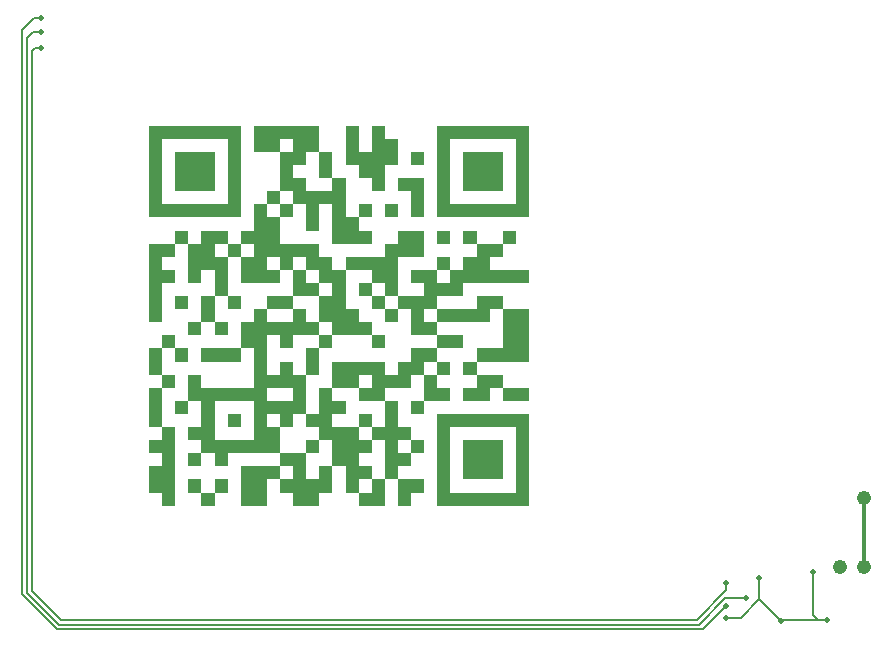
<source format=gbr>
G04 #@! TF.GenerationSoftware,KiCad,Pcbnew,8.0.6*
G04 #@! TF.CreationDate,2025-10-23T00:14:21-07:00*
G04 #@! TF.ProjectId,PCB_Business_Card,5043425f-4275-4736-996e-6573735f4361,rev?*
G04 #@! TF.SameCoordinates,Original*
G04 #@! TF.FileFunction,Copper,L2,Bot*
G04 #@! TF.FilePolarity,Positive*
%FSLAX46Y46*%
G04 Gerber Fmt 4.6, Leading zero omitted, Abs format (unit mm)*
G04 Created by KiCad (PCBNEW 8.0.6) date 2025-10-23 00:14:21*
%MOMM*%
%LPD*%
G01*
G04 APERTURE LIST*
G04 #@! TA.AperFunction,EtchedComponent*
%ADD10C,0.000000*%
G04 #@! TD*
G04 #@! TA.AperFunction,ViaPad*
%ADD11C,0.500000*%
G04 #@! TD*
G04 #@! TA.AperFunction,ViaPad*
%ADD12C,1.209040*%
G04 #@! TD*
G04 #@! TA.AperFunction,Conductor*
%ADD13C,0.200000*%
G04 #@! TD*
G04 #@! TA.AperFunction,Conductor*
%ADD14C,0.299720*%
G04 #@! TD*
G04 APERTURE END LIST*
D10*
G04 #@! TA.AperFunction,EtchedComponent*
G36*
X123562882Y-58499127D02*
G01*
X123562882Y-60162882D01*
X121899126Y-60162882D01*
X120235371Y-60162882D01*
X120235371Y-58499127D01*
X120235371Y-56835371D01*
X121899126Y-56835371D01*
X123562882Y-56835371D01*
X123562882Y-58499127D01*
G37*
G04 #@! TD.AperFunction*
G04 #@! TA.AperFunction,EtchedComponent*
G36*
X121344541Y-69590830D02*
G01*
X121344541Y-70145415D01*
X120789956Y-70145415D01*
X120235371Y-70145415D01*
X120235371Y-69590830D01*
X120235371Y-69036245D01*
X120789956Y-69036245D01*
X121344541Y-69036245D01*
X121344541Y-69590830D01*
G37*
G04 #@! TD.AperFunction*
G04 #@! TA.AperFunction,EtchedComponent*
G36*
X121344541Y-78464192D02*
G01*
X121344541Y-79018777D01*
X120789956Y-79018777D01*
X120235371Y-79018777D01*
X120235371Y-78464192D01*
X120235371Y-77909607D01*
X120789956Y-77909607D01*
X121344541Y-77909607D01*
X121344541Y-78464192D01*
G37*
G04 #@! TD.AperFunction*
G04 #@! TA.AperFunction,EtchedComponent*
G36*
X122453712Y-71809170D02*
G01*
X122453712Y-72363756D01*
X121899126Y-72363756D01*
X121344541Y-72363756D01*
X121344541Y-71809170D01*
X121344541Y-71254585D01*
X121899126Y-71254585D01*
X122453712Y-71254585D01*
X122453712Y-71809170D01*
G37*
G04 #@! TD.AperFunction*
G04 #@! TA.AperFunction,EtchedComponent*
G36*
X122453712Y-82900874D02*
G01*
X122453712Y-83455459D01*
X121899126Y-83455459D01*
X121344541Y-83455459D01*
X121344541Y-82900874D01*
X121344541Y-82346288D01*
X121899126Y-82346288D01*
X122453712Y-82346288D01*
X122453712Y-82900874D01*
G37*
G04 #@! TD.AperFunction*
G04 #@! TA.AperFunction,EtchedComponent*
G36*
X125781223Y-74027511D02*
G01*
X125781223Y-74582096D01*
X124117467Y-74582096D01*
X122453712Y-74582096D01*
X122453712Y-74027511D01*
X122453712Y-73472926D01*
X124117467Y-73472926D01*
X125781223Y-73472926D01*
X125781223Y-74027511D01*
G37*
G04 #@! TD.AperFunction*
G04 #@! TA.AperFunction,EtchedComponent*
G36*
X125781223Y-79573363D02*
G01*
X125781223Y-80127948D01*
X125226637Y-80127948D01*
X124672052Y-80127948D01*
X124672052Y-79573363D01*
X124672052Y-79018777D01*
X125226637Y-79018777D01*
X125781223Y-79018777D01*
X125781223Y-79573363D01*
G37*
G04 #@! TD.AperFunction*
G04 #@! TA.AperFunction,EtchedComponent*
G36*
X132436244Y-74582096D02*
G01*
X132436244Y-75691267D01*
X131881659Y-75691267D01*
X131327074Y-75691267D01*
X131327074Y-74582096D01*
X131327074Y-73472926D01*
X131881659Y-73472926D01*
X132436244Y-73472926D01*
X132436244Y-74582096D01*
G37*
G04 #@! TD.AperFunction*
G04 #@! TA.AperFunction,EtchedComponent*
G36*
X132436244Y-81791703D02*
G01*
X132436244Y-82346288D01*
X131881659Y-82346288D01*
X131327074Y-82346288D01*
X131327074Y-81791703D01*
X131327074Y-81237118D01*
X131881659Y-81237118D01*
X132436244Y-81237118D01*
X132436244Y-81791703D01*
G37*
G04 #@! TD.AperFunction*
G04 #@! TA.AperFunction,EtchedComponent*
G36*
X133545415Y-72918341D02*
G01*
X133545415Y-73472926D01*
X132990830Y-73472926D01*
X132436244Y-73472926D01*
X132436244Y-72918341D01*
X132436244Y-72363756D01*
X132990830Y-72363756D01*
X133545415Y-72363756D01*
X133545415Y-72918341D01*
G37*
G04 #@! TD.AperFunction*
G04 #@! TA.AperFunction,EtchedComponent*
G36*
X136872926Y-79573363D02*
G01*
X136872926Y-80127948D01*
X136318340Y-80127948D01*
X135763755Y-80127948D01*
X135763755Y-79573363D01*
X135763755Y-79018777D01*
X136318340Y-79018777D01*
X136872926Y-79018777D01*
X136872926Y-79573363D01*
G37*
G04 #@! TD.AperFunction*
G04 #@! TA.AperFunction,EtchedComponent*
G36*
X137982096Y-72918341D02*
G01*
X137982096Y-73472926D01*
X137427511Y-73472926D01*
X136872926Y-73472926D01*
X136872926Y-72918341D01*
X136872926Y-72363756D01*
X137427511Y-72363756D01*
X137982096Y-72363756D01*
X137982096Y-72918341D01*
G37*
G04 #@! TD.AperFunction*
G04 #@! TA.AperFunction,EtchedComponent*
G36*
X139091266Y-61826638D02*
G01*
X139091266Y-62381223D01*
X138536681Y-62381223D01*
X137982096Y-62381223D01*
X137982096Y-61826638D01*
X137982096Y-61272053D01*
X138536681Y-61272053D01*
X139091266Y-61272053D01*
X139091266Y-61826638D01*
G37*
G04 #@! TD.AperFunction*
G04 #@! TA.AperFunction,EtchedComponent*
G36*
X141309607Y-57389956D02*
G01*
X141309607Y-57944542D01*
X140755022Y-57944542D01*
X140200437Y-57944542D01*
X140200437Y-57389956D01*
X140200437Y-56835371D01*
X140755022Y-56835371D01*
X141309607Y-56835371D01*
X141309607Y-57389956D01*
G37*
G04 #@! TD.AperFunction*
G04 #@! TA.AperFunction,EtchedComponent*
G36*
X141309607Y-78464192D02*
G01*
X141309607Y-79018777D01*
X140755022Y-79018777D01*
X140200437Y-79018777D01*
X140200437Y-78464192D01*
X140200437Y-77909607D01*
X140755022Y-77909607D01*
X141309607Y-77909607D01*
X141309607Y-78464192D01*
G37*
G04 #@! TD.AperFunction*
G04 #@! TA.AperFunction,EtchedComponent*
G36*
X143527947Y-64044978D02*
G01*
X143527947Y-64599563D01*
X142973362Y-64599563D01*
X142418777Y-64599563D01*
X142418777Y-64044978D01*
X142418777Y-63490393D01*
X142973362Y-63490393D01*
X143527947Y-63490393D01*
X143527947Y-64044978D01*
G37*
G04 #@! TD.AperFunction*
G04 #@! TA.AperFunction,EtchedComponent*
G36*
X147964629Y-58499127D02*
G01*
X147964629Y-60162882D01*
X146300873Y-60162882D01*
X144637118Y-60162882D01*
X144637118Y-58499127D01*
X144637118Y-56835371D01*
X146300873Y-56835371D01*
X147964629Y-56835371D01*
X147964629Y-58499127D01*
G37*
G04 #@! TD.AperFunction*
G04 #@! TA.AperFunction,EtchedComponent*
G36*
X147964629Y-82900874D02*
G01*
X147964629Y-84564629D01*
X146300873Y-84564629D01*
X144637118Y-84564629D01*
X144637118Y-82900874D01*
X144637118Y-81237118D01*
X146300873Y-81237118D01*
X147964629Y-81237118D01*
X147964629Y-82900874D01*
G37*
G04 #@! TD.AperFunction*
G04 #@! TA.AperFunction,EtchedComponent*
G36*
X141309607Y-60717467D02*
G01*
X141309607Y-62381223D01*
X140755022Y-62381223D01*
X140200437Y-62381223D01*
X140200437Y-61272053D01*
X140200437Y-60162882D01*
X139645851Y-60162882D01*
X139091266Y-60162882D01*
X139091266Y-59608297D01*
X139091266Y-59053712D01*
X140200437Y-59053712D01*
X141309607Y-59053712D01*
X141309607Y-60717467D01*
G37*
G04 #@! TD.AperFunction*
G04 #@! TA.AperFunction,EtchedComponent*
G36*
X119680786Y-75691267D02*
G01*
X120235371Y-75691267D01*
X120235371Y-76245852D01*
X120235371Y-76800437D01*
X119680786Y-76800437D01*
X119126201Y-76800437D01*
X119126201Y-76245852D01*
X119126201Y-75691267D01*
X119680786Y-75691267D01*
G37*
G04 #@! TD.AperFunction*
G04 #@! TA.AperFunction,EtchedComponent*
G36*
X119126201Y-74582096D02*
G01*
X119126201Y-75691267D01*
X118571616Y-75691267D01*
X118017030Y-75691267D01*
X118017030Y-74582096D01*
X118017030Y-73472926D01*
X118571616Y-73472926D01*
X119126201Y-73472926D01*
X119126201Y-74582096D01*
G37*
G04 #@! TD.AperFunction*
G04 #@! TA.AperFunction,EtchedComponent*
G36*
X120789956Y-73472926D02*
G01*
X121344541Y-73472926D01*
X121344541Y-74027511D01*
X121344541Y-74582096D01*
X120789956Y-74582096D01*
X120235371Y-74582096D01*
X120235371Y-74027511D01*
X120235371Y-73472926D01*
X120789956Y-73472926D01*
G37*
G04 #@! TD.AperFunction*
G04 #@! TA.AperFunction,EtchedComponent*
G36*
X120235371Y-72918341D02*
G01*
X120235371Y-73472926D01*
X119680786Y-73472926D01*
X119126201Y-73472926D01*
X119126201Y-72918341D01*
X119126201Y-72363756D01*
X119680786Y-72363756D01*
X120235371Y-72363756D01*
X120235371Y-72918341D01*
G37*
G04 #@! TD.AperFunction*
G04 #@! TA.AperFunction,EtchedComponent*
G36*
X124117467Y-71254585D02*
G01*
X124672052Y-71254585D01*
X124672052Y-71809170D01*
X124672052Y-72363756D01*
X124117467Y-72363756D01*
X123562882Y-72363756D01*
X123562882Y-71809170D01*
X123562882Y-71254585D01*
X124117467Y-71254585D01*
G37*
G04 #@! TD.AperFunction*
G04 #@! TA.AperFunction,EtchedComponent*
G36*
X123562882Y-70145415D02*
G01*
X123562882Y-71254585D01*
X123008297Y-71254585D01*
X122453712Y-71254585D01*
X122453712Y-70145415D01*
X122453712Y-69036245D01*
X123008297Y-69036245D01*
X123562882Y-69036245D01*
X123562882Y-70145415D01*
G37*
G04 #@! TD.AperFunction*
G04 #@! TA.AperFunction,EtchedComponent*
G36*
X125781223Y-62381223D02*
G01*
X121899126Y-62381223D01*
X118017030Y-62381223D01*
X118017030Y-58499127D01*
X118017030Y-55726201D01*
X119126201Y-55726201D01*
X119126201Y-58499127D01*
X119126201Y-61272053D01*
X121899126Y-61272053D01*
X124672052Y-61272053D01*
X124672052Y-58499127D01*
X124672052Y-55726201D01*
X121899126Y-55726201D01*
X119126201Y-55726201D01*
X118017030Y-55726201D01*
X118017030Y-54617031D01*
X121899126Y-54617031D01*
X125781223Y-54617031D01*
X125781223Y-58499127D01*
X125781223Y-62381223D01*
G37*
G04 #@! TD.AperFunction*
G04 #@! TA.AperFunction,EtchedComponent*
G36*
X150182969Y-62381223D02*
G01*
X146300873Y-62381223D01*
X142418777Y-62381223D01*
X142418777Y-58499127D01*
X142418777Y-55726201D01*
X143527947Y-55726201D01*
X143527947Y-58499127D01*
X143527947Y-61272053D01*
X146300873Y-61272053D01*
X149073799Y-61272053D01*
X149073799Y-58499127D01*
X149073799Y-55726201D01*
X146300873Y-55726201D01*
X143527947Y-55726201D01*
X142418777Y-55726201D01*
X142418777Y-54617031D01*
X146300873Y-54617031D01*
X150182969Y-54617031D01*
X150182969Y-58499127D01*
X150182969Y-62381223D01*
G37*
G04 #@! TD.AperFunction*
G04 #@! TA.AperFunction,EtchedComponent*
G36*
X150182969Y-86782970D02*
G01*
X146300873Y-86782970D01*
X142418777Y-86782970D01*
X142418777Y-82900874D01*
X142418777Y-80127948D01*
X143527947Y-80127948D01*
X143527947Y-82900874D01*
X143527947Y-85673799D01*
X146300873Y-85673799D01*
X149073799Y-85673799D01*
X149073799Y-82900874D01*
X149073799Y-80127948D01*
X146300873Y-80127948D01*
X143527947Y-80127948D01*
X142418777Y-80127948D01*
X142418777Y-79018777D01*
X146300873Y-79018777D01*
X150182969Y-79018777D01*
X150182969Y-82900874D01*
X150182969Y-86782970D01*
G37*
G04 #@! TD.AperFunction*
G04 #@! TA.AperFunction,EtchedComponent*
G36*
X120235371Y-65154149D02*
G01*
X120235371Y-65708734D01*
X119680786Y-65708734D01*
X119126201Y-65708734D01*
X119126201Y-66263319D01*
X119126201Y-66817904D01*
X119680786Y-66817904D01*
X120235371Y-66817904D01*
X120235371Y-67372489D01*
X120235371Y-67927074D01*
X119680786Y-67927074D01*
X119126201Y-67927074D01*
X119126201Y-69590830D01*
X119126201Y-71254585D01*
X118571616Y-71254585D01*
X118017030Y-71254585D01*
X118017030Y-67927074D01*
X118017030Y-64599563D01*
X119126201Y-64599563D01*
X120235371Y-64599563D01*
X120235371Y-65154149D01*
G37*
G04 #@! TD.AperFunction*
G04 #@! TA.AperFunction,EtchedComponent*
G36*
X122453712Y-85119214D02*
G01*
X122453712Y-85673799D01*
X123008297Y-85673799D01*
X123562882Y-85673799D01*
X123562882Y-85119214D01*
X123562882Y-84564629D01*
X124117467Y-84564629D01*
X124672052Y-84564629D01*
X124672052Y-85119214D01*
X124672052Y-85673799D01*
X124117467Y-85673799D01*
X123562882Y-85673799D01*
X123562882Y-86228384D01*
X123562882Y-86782970D01*
X123008297Y-86782970D01*
X122453712Y-86782970D01*
X122453712Y-86228384D01*
X122453712Y-85673799D01*
X121899126Y-85673799D01*
X121344541Y-85673799D01*
X121344541Y-85119214D01*
X121344541Y-84564629D01*
X121899126Y-84564629D01*
X122453712Y-84564629D01*
X122453712Y-85119214D01*
G37*
G04 #@! TD.AperFunction*
G04 #@! TA.AperFunction,EtchedComponent*
G36*
X138536681Y-70145415D02*
G01*
X139091266Y-70145415D01*
X139091266Y-70700000D01*
X139091266Y-71254585D01*
X138536681Y-71254585D01*
X137982096Y-71254585D01*
X137982096Y-70700000D01*
X137982096Y-70145415D01*
X138536681Y-70145415D01*
G37*
G04 #@! TD.AperFunction*
G04 #@! TA.AperFunction,EtchedComponent*
G36*
X137427511Y-69036245D02*
G01*
X137982096Y-69036245D01*
X137982096Y-69590830D01*
X137982096Y-70145415D01*
X137427511Y-70145415D01*
X136872926Y-70145415D01*
X136872926Y-69590830D01*
X136872926Y-69036245D01*
X137427511Y-69036245D01*
G37*
G04 #@! TD.AperFunction*
G04 #@! TA.AperFunction,EtchedComponent*
G36*
X136872926Y-68481660D02*
G01*
X136872926Y-69036245D01*
X136318340Y-69036245D01*
X135763755Y-69036245D01*
X135763755Y-68481660D01*
X135763755Y-67927074D01*
X136318340Y-67927074D01*
X136872926Y-67927074D01*
X136872926Y-68481660D01*
G37*
G04 #@! TD.AperFunction*
G04 #@! TA.AperFunction,EtchedComponent*
G36*
X119680786Y-80127948D02*
G01*
X120235371Y-80127948D01*
X120235371Y-83455459D01*
X120235371Y-86782970D01*
X119680786Y-86782970D01*
X119126201Y-86782970D01*
X119126201Y-86228384D01*
X119126201Y-85673799D01*
X118571616Y-85673799D01*
X118017030Y-85673799D01*
X118017030Y-84564629D01*
X118017030Y-83455459D01*
X118571616Y-83455459D01*
X119126201Y-83455459D01*
X119126201Y-82900874D01*
X119126201Y-82346288D01*
X118571616Y-82346288D01*
X118017030Y-82346288D01*
X118017030Y-81791703D01*
X118017030Y-81237118D01*
X118571616Y-81237118D01*
X119126201Y-81237118D01*
X119126201Y-80682533D01*
X119126201Y-80127948D01*
X119680786Y-80127948D01*
G37*
G04 #@! TD.AperFunction*
G04 #@! TA.AperFunction,EtchedComponent*
G36*
X119126201Y-78464192D02*
G01*
X119126201Y-80127948D01*
X118571616Y-80127948D01*
X118017030Y-80127948D01*
X118017030Y-78464192D01*
X118017030Y-76800437D01*
X118571616Y-76800437D01*
X119126201Y-76800437D01*
X119126201Y-78464192D01*
G37*
G04 #@! TD.AperFunction*
G04 #@! TA.AperFunction,EtchedComponent*
G36*
X135763755Y-55726201D02*
G01*
X135763755Y-56835371D01*
X136318340Y-56835371D01*
X136872926Y-56835371D01*
X136872926Y-55726201D01*
X136872926Y-54617031D01*
X137427511Y-54617031D01*
X137982096Y-54617031D01*
X137982096Y-55171616D01*
X137982096Y-55726201D01*
X138536681Y-55726201D01*
X139091266Y-55726201D01*
X139091266Y-56835371D01*
X139091266Y-57944542D01*
X138536681Y-57944542D01*
X137982096Y-57944542D01*
X137982096Y-59053712D01*
X137982096Y-60162882D01*
X137427511Y-60162882D01*
X136872926Y-60162882D01*
X136872926Y-59608297D01*
X136872926Y-59053712D01*
X136318340Y-59053712D01*
X135763755Y-59053712D01*
X135763755Y-58499127D01*
X135763755Y-57944542D01*
X135209170Y-57944542D01*
X134654585Y-57944542D01*
X134654585Y-56280786D01*
X134654585Y-54617031D01*
X135209170Y-54617031D01*
X135763755Y-54617031D01*
X135763755Y-55726201D01*
G37*
G04 #@! TD.AperFunction*
G04 #@! TA.AperFunction,EtchedComponent*
G36*
X146855458Y-75691267D02*
G01*
X147964629Y-75691267D01*
X147964629Y-76245852D01*
X147964629Y-76800437D01*
X147410044Y-76800437D01*
X146855458Y-76800437D01*
X146855458Y-77355022D01*
X146855458Y-77909607D01*
X145746288Y-77909607D01*
X144637118Y-77909607D01*
X144637118Y-77355022D01*
X144637118Y-76800437D01*
X145191703Y-76800437D01*
X145746288Y-76800437D01*
X145746288Y-76245852D01*
X145746288Y-75691267D01*
X146855458Y-75691267D01*
G37*
G04 #@! TD.AperFunction*
G04 #@! TA.AperFunction,EtchedComponent*
G36*
X149073799Y-76800437D02*
G01*
X150182969Y-76800437D01*
X150182969Y-77355022D01*
X150182969Y-77909607D01*
X149073799Y-77909607D01*
X147964629Y-77909607D01*
X147964629Y-77355022D01*
X147964629Y-76800437D01*
X149073799Y-76800437D01*
G37*
G04 #@! TD.AperFunction*
G04 #@! TA.AperFunction,EtchedComponent*
G36*
X145746288Y-75136681D02*
G01*
X145746288Y-75691267D01*
X145191703Y-75691267D01*
X144637118Y-75691267D01*
X144637118Y-75136681D01*
X144637118Y-74582096D01*
X145191703Y-74582096D01*
X145746288Y-74582096D01*
X145746288Y-75136681D01*
G37*
G04 #@! TD.AperFunction*
G04 #@! TA.AperFunction,EtchedComponent*
G36*
X130217904Y-82346288D02*
G01*
X131327074Y-82346288D01*
X131327074Y-83455459D01*
X131327074Y-84564629D01*
X131881659Y-84564629D01*
X132436244Y-84564629D01*
X132436244Y-84010044D01*
X132436244Y-83455459D01*
X132990830Y-83455459D01*
X133545415Y-83455459D01*
X133545415Y-84564629D01*
X133545415Y-85673799D01*
X132990830Y-85673799D01*
X132436244Y-85673799D01*
X132436244Y-86228384D01*
X132436244Y-86782970D01*
X131327074Y-86782970D01*
X130217904Y-86782970D01*
X130217904Y-86228384D01*
X130217904Y-85673799D01*
X129663319Y-85673799D01*
X129108733Y-85673799D01*
X129108733Y-85119214D01*
X129108733Y-84564629D01*
X128554148Y-84564629D01*
X127999563Y-84564629D01*
X127999563Y-85673799D01*
X127999563Y-86782970D01*
X126890393Y-86782970D01*
X125781223Y-86782970D01*
X125781223Y-85119214D01*
X125781223Y-83455459D01*
X127444978Y-83455459D01*
X129108733Y-83455459D01*
X129108733Y-84010044D01*
X129108733Y-84564629D01*
X129663319Y-84564629D01*
X130217904Y-84564629D01*
X130217904Y-84010044D01*
X130217904Y-83455459D01*
X129663319Y-83455459D01*
X129108733Y-83455459D01*
X129108733Y-82900874D01*
X129108733Y-82346288D01*
X130217904Y-82346288D01*
G37*
G04 #@! TD.AperFunction*
G04 #@! TA.AperFunction,EtchedComponent*
G36*
X131327074Y-79018777D02*
G01*
X131881659Y-79018777D01*
X132436244Y-79018777D01*
X132436244Y-77909607D01*
X132436244Y-76800437D01*
X132990830Y-76800437D01*
X133545415Y-76800437D01*
X133545415Y-77355022D01*
X133545415Y-77909607D01*
X134100000Y-77909607D01*
X134654585Y-77909607D01*
X134654585Y-78464192D01*
X134654585Y-79018777D01*
X134100000Y-79018777D01*
X133545415Y-79018777D01*
X133545415Y-79573363D01*
X133545415Y-80127948D01*
X134654585Y-80127948D01*
X135763755Y-80127948D01*
X135763755Y-80682533D01*
X135763755Y-81237118D01*
X136318340Y-81237118D01*
X136872926Y-81237118D01*
X136872926Y-80682533D01*
X136872926Y-80127948D01*
X137427511Y-80127948D01*
X137982096Y-80127948D01*
X137982096Y-79018777D01*
X137982096Y-77909607D01*
X138536681Y-77909607D01*
X139091266Y-77909607D01*
X139091266Y-79018777D01*
X139091266Y-80127948D01*
X139645851Y-80127948D01*
X140200437Y-80127948D01*
X140200437Y-80682533D01*
X140200437Y-81237118D01*
X139645851Y-81237118D01*
X139091266Y-81237118D01*
X139091266Y-81791703D01*
X139091266Y-82346288D01*
X139645851Y-82346288D01*
X140200437Y-82346288D01*
X140200437Y-81791703D01*
X140200437Y-81237118D01*
X140755022Y-81237118D01*
X141309607Y-81237118D01*
X141309607Y-81791703D01*
X141309607Y-82346288D01*
X140755022Y-82346288D01*
X140200437Y-82346288D01*
X140200437Y-82900874D01*
X140200437Y-83455459D01*
X139645851Y-83455459D01*
X139091266Y-83455459D01*
X139091266Y-84010044D01*
X139091266Y-84564629D01*
X138536681Y-84564629D01*
X137982096Y-84564629D01*
X137982096Y-85119214D01*
X137982096Y-85673799D01*
X137982096Y-86782970D01*
X136872926Y-86782970D01*
X135763755Y-86782970D01*
X135763755Y-86228384D01*
X135763755Y-85673799D01*
X135209170Y-85673799D01*
X134654585Y-85673799D01*
X134654585Y-84564629D01*
X135763755Y-84564629D01*
X135763755Y-85119214D01*
X135763755Y-85673799D01*
X136318340Y-85673799D01*
X136872926Y-85673799D01*
X136872926Y-85119214D01*
X136872926Y-84564629D01*
X136318340Y-84564629D01*
X135763755Y-84564629D01*
X134654585Y-84564629D01*
X134654585Y-83455459D01*
X134100000Y-83455459D01*
X133545415Y-83455459D01*
X133545415Y-82346288D01*
X135763755Y-82346288D01*
X135763755Y-82900874D01*
X135763755Y-83455459D01*
X136318340Y-83455459D01*
X136872926Y-83455459D01*
X136872926Y-84010044D01*
X136872926Y-84564629D01*
X137427511Y-84564629D01*
X137982096Y-84564629D01*
X137982096Y-82900874D01*
X137982096Y-81237118D01*
X137427511Y-81237118D01*
X136872926Y-81237118D01*
X136872926Y-81791703D01*
X136872926Y-82346288D01*
X136318340Y-82346288D01*
X135763755Y-82346288D01*
X133545415Y-82346288D01*
X133545415Y-81237118D01*
X132990830Y-81237118D01*
X132436244Y-81237118D01*
X132436244Y-80682533D01*
X132436244Y-80127948D01*
X131881659Y-80127948D01*
X131327074Y-80127948D01*
X131327074Y-79573363D01*
X131327074Y-79018777D01*
X130772489Y-79018777D01*
X130217904Y-79018777D01*
X130217904Y-79573363D01*
X130217904Y-80127948D01*
X129663319Y-80127948D01*
X129108733Y-80127948D01*
X129108733Y-79573363D01*
X129108733Y-79018777D01*
X128554148Y-79018777D01*
X127999563Y-79018777D01*
X127999563Y-79573363D01*
X127999563Y-80127948D01*
X128554148Y-80127948D01*
X129108733Y-80127948D01*
X129108733Y-81237118D01*
X129108733Y-82346288D01*
X126890393Y-82346288D01*
X124672052Y-82346288D01*
X124672052Y-82900874D01*
X124672052Y-83455459D01*
X124117467Y-83455459D01*
X123562882Y-83455459D01*
X123562882Y-82900874D01*
X123562882Y-82346288D01*
X123008297Y-82346288D01*
X122453712Y-82346288D01*
X122453712Y-81791703D01*
X122453712Y-81237118D01*
X121899126Y-81237118D01*
X121344541Y-81237118D01*
X121344541Y-80682533D01*
X121344541Y-80127948D01*
X121899126Y-80127948D01*
X122453712Y-80127948D01*
X122453712Y-79018777D01*
X122453712Y-77909607D01*
X123562882Y-77909607D01*
X123562882Y-79573363D01*
X123562882Y-81237118D01*
X125226637Y-81237118D01*
X126890393Y-81237118D01*
X126890393Y-79573363D01*
X126890393Y-77909607D01*
X125226637Y-77909607D01*
X123562882Y-77909607D01*
X122453712Y-77909607D01*
X121899126Y-77909607D01*
X121344541Y-77909607D01*
X121344541Y-76800437D01*
X121344541Y-75691267D01*
X121899126Y-75691267D01*
X122453712Y-75691267D01*
X122453712Y-76245852D01*
X122453712Y-76800437D01*
X124672052Y-76800437D01*
X126890393Y-76800437D01*
X127999563Y-76800437D01*
X127999563Y-77355022D01*
X127999563Y-77909607D01*
X129108733Y-77909607D01*
X130217904Y-77909607D01*
X130217904Y-77355022D01*
X130217904Y-76800437D01*
X129108733Y-76800437D01*
X127999563Y-76800437D01*
X126890393Y-76800437D01*
X126890393Y-75136681D01*
X126890393Y-73472926D01*
X126335808Y-73472926D01*
X125781223Y-73472926D01*
X125781223Y-72363756D01*
X125781223Y-71254585D01*
X126335808Y-71254585D01*
X126890393Y-71254585D01*
X126890393Y-70700000D01*
X126890393Y-70145415D01*
X127444978Y-70145415D01*
X127999563Y-70145415D01*
X127999563Y-70700000D01*
X127999563Y-71254585D01*
X129108733Y-71254585D01*
X130217904Y-71254585D01*
X130217904Y-70700000D01*
X130217904Y-70145415D01*
X130772489Y-70145415D01*
X131327074Y-70145415D01*
X131327074Y-70700000D01*
X131327074Y-71254585D01*
X131881659Y-71254585D01*
X132436244Y-71254585D01*
X132436244Y-71809170D01*
X132436244Y-72363756D01*
X131327074Y-72363756D01*
X130217904Y-72363756D01*
X130217904Y-72918341D01*
X130217904Y-73472926D01*
X129663319Y-73472926D01*
X129108733Y-73472926D01*
X129108733Y-72918341D01*
X129108733Y-72363756D01*
X128554148Y-72363756D01*
X127999563Y-72363756D01*
X127999563Y-74027511D01*
X127999563Y-75691267D01*
X128554148Y-75691267D01*
X129108733Y-75691267D01*
X129108733Y-75136681D01*
X129108733Y-74582096D01*
X129663319Y-74582096D01*
X130217904Y-74582096D01*
X130217904Y-75136681D01*
X130217904Y-75691267D01*
X130772489Y-75691267D01*
X131327074Y-75691267D01*
X131327074Y-77355022D01*
X131327074Y-79018777D01*
G37*
G04 #@! TD.AperFunction*
G04 #@! TA.AperFunction,EtchedComponent*
G36*
X140200437Y-84564629D02*
G01*
X141309607Y-84564629D01*
X141309607Y-85119214D01*
X141309607Y-85673799D01*
X140755022Y-85673799D01*
X140200437Y-85673799D01*
X140200437Y-86228384D01*
X140200437Y-86782970D01*
X139645851Y-86782970D01*
X139091266Y-86782970D01*
X139091266Y-85673799D01*
X139091266Y-84564629D01*
X140200437Y-84564629D01*
G37*
G04 #@! TD.AperFunction*
G04 #@! TA.AperFunction,EtchedComponent*
G36*
X142418777Y-74027511D02*
G01*
X142418777Y-74582096D01*
X141864192Y-74582096D01*
X141309607Y-74582096D01*
X141309607Y-75136681D01*
X141309607Y-75691267D01*
X141864192Y-75691267D01*
X142418777Y-75691267D01*
X142418777Y-75136681D01*
X142418777Y-74582096D01*
X142973362Y-74582096D01*
X143527947Y-74582096D01*
X143527947Y-75136681D01*
X143527947Y-75691267D01*
X142973362Y-75691267D01*
X142418777Y-75691267D01*
X142418777Y-76245852D01*
X142418777Y-76800437D01*
X142973362Y-76800437D01*
X143527947Y-76800437D01*
X143527947Y-77355022D01*
X143527947Y-77909607D01*
X142418777Y-77909607D01*
X141309607Y-77909607D01*
X141309607Y-76800437D01*
X141309607Y-75691267D01*
X140755022Y-75691267D01*
X140200437Y-75691267D01*
X140200437Y-76245852D01*
X140200437Y-76800437D01*
X139091266Y-76800437D01*
X137982096Y-76800437D01*
X137982096Y-77355022D01*
X137982096Y-77909607D01*
X136872926Y-77909607D01*
X135763755Y-77909607D01*
X135763755Y-77355022D01*
X135763755Y-76800437D01*
X136318340Y-76800437D01*
X136872926Y-76800437D01*
X136872926Y-76245852D01*
X136872926Y-75691267D01*
X136318340Y-75691267D01*
X135763755Y-75691267D01*
X135763755Y-76245852D01*
X135763755Y-76800437D01*
X134654585Y-76800437D01*
X133545415Y-76800437D01*
X133545415Y-75691267D01*
X133545415Y-74582096D01*
X135763755Y-74582096D01*
X137982096Y-74582096D01*
X137982096Y-75136681D01*
X137982096Y-75691267D01*
X138536681Y-75691267D01*
X139091266Y-75691267D01*
X139091266Y-75136681D01*
X139091266Y-74582096D01*
X139645851Y-74582096D01*
X140200437Y-74582096D01*
X140200437Y-74027511D01*
X140200437Y-73472926D01*
X141309607Y-73472926D01*
X142418777Y-73472926D01*
X142418777Y-74027511D01*
G37*
G04 #@! TD.AperFunction*
G04 #@! TA.AperFunction,EtchedComponent*
G36*
X130217904Y-69590830D02*
G01*
X130217904Y-70145415D01*
X129108733Y-70145415D01*
X127999563Y-70145415D01*
X127999563Y-69590830D01*
X127999563Y-69036245D01*
X129108733Y-69036245D01*
X130217904Y-69036245D01*
X130217904Y-69590830D01*
G37*
G04 #@! TD.AperFunction*
G04 #@! TA.AperFunction,EtchedComponent*
G36*
X149073799Y-70145415D02*
G01*
X150182969Y-70145415D01*
X150182969Y-72363756D01*
X150182969Y-74582096D01*
X147964629Y-74582096D01*
X145746288Y-74582096D01*
X145746288Y-74027511D01*
X145746288Y-73472926D01*
X146855458Y-73472926D01*
X147964629Y-73472926D01*
X147964629Y-71809170D01*
X147964629Y-70145415D01*
X149073799Y-70145415D01*
G37*
G04 #@! TD.AperFunction*
G04 #@! TA.AperFunction,EtchedComponent*
G36*
X143527947Y-72363756D02*
G01*
X144637118Y-72363756D01*
X144637118Y-72918341D01*
X144637118Y-73472926D01*
X143527947Y-73472926D01*
X142418777Y-73472926D01*
X142418777Y-72918341D01*
X142418777Y-72363756D01*
X143527947Y-72363756D01*
G37*
G04 #@! TD.AperFunction*
G04 #@! TA.AperFunction,EtchedComponent*
G36*
X132436244Y-56835371D02*
G01*
X131881659Y-56835371D01*
X131327074Y-56835371D01*
X131327074Y-57389956D01*
X131327074Y-57944542D01*
X130772489Y-57944542D01*
X130217904Y-57944542D01*
X130217904Y-58499127D01*
X130217904Y-59053712D01*
X130772489Y-59053712D01*
X131327074Y-59053712D01*
X131327074Y-59608297D01*
X131327074Y-60162882D01*
X132436244Y-60162882D01*
X133545415Y-60162882D01*
X133545415Y-59608297D01*
X133545415Y-59053712D01*
X134100000Y-59053712D01*
X134654585Y-59053712D01*
X134654585Y-60717467D01*
X134654585Y-62381223D01*
X135209170Y-62381223D01*
X135763755Y-62381223D01*
X135763755Y-61826638D01*
X135763755Y-61272053D01*
X136318340Y-61272053D01*
X136872926Y-61272053D01*
X136872926Y-61826638D01*
X136872926Y-62381223D01*
X136318340Y-62381223D01*
X135763755Y-62381223D01*
X135763755Y-62935808D01*
X135763755Y-63490393D01*
X136318340Y-63490393D01*
X136872926Y-63490393D01*
X136872926Y-64044978D01*
X136872926Y-64599563D01*
X135209170Y-64599563D01*
X133545415Y-64599563D01*
X133545415Y-62935808D01*
X133545415Y-61272053D01*
X132990830Y-61272053D01*
X132436244Y-61272053D01*
X132436244Y-62381223D01*
X132436244Y-63490393D01*
X131881659Y-63490393D01*
X131327074Y-63490393D01*
X131327074Y-62381223D01*
X131327074Y-61272053D01*
X130772489Y-61272053D01*
X130217904Y-61272053D01*
X130217904Y-61826638D01*
X130217904Y-62381223D01*
X129663319Y-62381223D01*
X129108733Y-62381223D01*
X129108733Y-63490393D01*
X129108733Y-64599563D01*
X130772489Y-64599563D01*
X132436244Y-64599563D01*
X132436244Y-65154149D01*
X132436244Y-65708734D01*
X132990830Y-65708734D01*
X133545415Y-65708734D01*
X133545415Y-66263319D01*
X133545415Y-66817904D01*
X134100000Y-66817904D01*
X134654585Y-66817904D01*
X134654585Y-66263319D01*
X134654585Y-65708734D01*
X136318340Y-65708734D01*
X137982096Y-65708734D01*
X137982096Y-65154149D01*
X137982096Y-64599563D01*
X138536681Y-64599563D01*
X139091266Y-64599563D01*
X139091266Y-64044978D01*
X139091266Y-63490393D01*
X140200437Y-63490393D01*
X141309607Y-63490393D01*
X141309607Y-64599563D01*
X141309607Y-65708734D01*
X140200437Y-65708734D01*
X139091266Y-65708734D01*
X139091266Y-67372489D01*
X139091266Y-69036245D01*
X140200437Y-69036245D01*
X141309607Y-69036245D01*
X141309607Y-68481660D01*
X141309607Y-67927074D01*
X140755022Y-67927074D01*
X140200437Y-67927074D01*
X140200437Y-67372489D01*
X140200437Y-66817904D01*
X141309607Y-66817904D01*
X142418777Y-66817904D01*
X142418777Y-67372489D01*
X142418777Y-67927074D01*
X142973362Y-67927074D01*
X143527947Y-67927074D01*
X143527947Y-67372489D01*
X143527947Y-66817904D01*
X142973362Y-66817904D01*
X142418777Y-66817904D01*
X142418777Y-66263319D01*
X142418777Y-65708734D01*
X142973362Y-65708734D01*
X143527947Y-65708734D01*
X143527947Y-66263319D01*
X143527947Y-66817904D01*
X144082533Y-66817904D01*
X144637118Y-66817904D01*
X144637118Y-66263319D01*
X144637118Y-65708734D01*
X145191703Y-65708734D01*
X145746288Y-65708734D01*
X145746288Y-65154149D01*
X145746288Y-64599563D01*
X145191703Y-64599563D01*
X144637118Y-64599563D01*
X144637118Y-64044978D01*
X144637118Y-63490393D01*
X145191703Y-63490393D01*
X145746288Y-63490393D01*
X145746288Y-64044978D01*
X145746288Y-64599563D01*
X146855458Y-64599563D01*
X147964629Y-64599563D01*
X147964629Y-64044978D01*
X147964629Y-63490393D01*
X148519214Y-63490393D01*
X149073799Y-63490393D01*
X149073799Y-64044978D01*
X149073799Y-64599563D01*
X148519214Y-64599563D01*
X147964629Y-64599563D01*
X147964629Y-65154149D01*
X147964629Y-65708734D01*
X147410044Y-65708734D01*
X146855458Y-65708734D01*
X146855458Y-66263319D01*
X146855458Y-66817904D01*
X148519214Y-66817904D01*
X150182969Y-66817904D01*
X150182969Y-67372489D01*
X150182969Y-67927074D01*
X147410044Y-67927074D01*
X144637118Y-67927074D01*
X144637118Y-68481660D01*
X144637118Y-69036245D01*
X143527947Y-69036245D01*
X142418777Y-69036245D01*
X142418777Y-69590830D01*
X142418777Y-70145415D01*
X144082533Y-70145415D01*
X145746288Y-70145415D01*
X145746288Y-69590830D01*
X145746288Y-69036245D01*
X146855458Y-69036245D01*
X147964629Y-69036245D01*
X147964629Y-69590830D01*
X147964629Y-70145415D01*
X147410044Y-70145415D01*
X146855458Y-70145415D01*
X146855458Y-70700000D01*
X146855458Y-71254585D01*
X144637118Y-71254585D01*
X142418777Y-71254585D01*
X142418777Y-71809170D01*
X142418777Y-72363756D01*
X141309607Y-72363756D01*
X140200437Y-72363756D01*
X140200437Y-71254585D01*
X140200437Y-70145415D01*
X141309607Y-70145415D01*
X141309607Y-70700000D01*
X141309607Y-71254585D01*
X141864192Y-71254585D01*
X142418777Y-71254585D01*
X142418777Y-70700000D01*
X142418777Y-70145415D01*
X141864192Y-70145415D01*
X141309607Y-70145415D01*
X140200437Y-70145415D01*
X139645851Y-70145415D01*
X139091266Y-70145415D01*
X139091266Y-69590830D01*
X139091266Y-69036245D01*
X138536681Y-69036245D01*
X137982096Y-69036245D01*
X137982096Y-68481660D01*
X137982096Y-67927074D01*
X137427511Y-67927074D01*
X136872926Y-67927074D01*
X136872926Y-67372489D01*
X136872926Y-66817904D01*
X135763755Y-66817904D01*
X134654585Y-66817904D01*
X134654585Y-67927074D01*
X134654585Y-68481660D01*
X134654585Y-70145415D01*
X135209170Y-70145415D01*
X135763755Y-70145415D01*
X135763755Y-70700000D01*
X135763755Y-71254585D01*
X136318340Y-71254585D01*
X136872926Y-71254585D01*
X136872926Y-71809170D01*
X136872926Y-72363756D01*
X135209170Y-72363756D01*
X133545415Y-72363756D01*
X133545415Y-71809170D01*
X133545415Y-71254585D01*
X132990830Y-71254585D01*
X132436244Y-71254585D01*
X132436244Y-70145415D01*
X132436244Y-69036245D01*
X131327074Y-69036245D01*
X130217904Y-69036245D01*
X130217904Y-67927074D01*
X130217904Y-66817904D01*
X130772489Y-66817904D01*
X131327074Y-66817904D01*
X131327074Y-67372489D01*
X131327074Y-67927074D01*
X131881659Y-67927074D01*
X132436244Y-67927074D01*
X132436244Y-68481660D01*
X132436244Y-69036245D01*
X132990830Y-69036245D01*
X133545415Y-69036245D01*
X133545415Y-68481660D01*
X133545415Y-67927074D01*
X132990830Y-67927074D01*
X132436244Y-67927074D01*
X132436244Y-67372489D01*
X132436244Y-66817904D01*
X131881659Y-66817904D01*
X131327074Y-66817904D01*
X131327074Y-66263319D01*
X131327074Y-65708734D01*
X130772489Y-65708734D01*
X130217904Y-65708734D01*
X130217904Y-66263319D01*
X130217904Y-66817904D01*
X129663319Y-66817904D01*
X129108733Y-66817904D01*
X129108733Y-67372489D01*
X129108733Y-67927074D01*
X127444978Y-67927074D01*
X125781223Y-67927074D01*
X125781223Y-66817904D01*
X125781223Y-65708734D01*
X126335808Y-65708734D01*
X126890393Y-65708734D01*
X127999563Y-65708734D01*
X127999563Y-66263319D01*
X127999563Y-66817904D01*
X128554148Y-66817904D01*
X129108733Y-66817904D01*
X129108733Y-66263319D01*
X129108733Y-65708734D01*
X128554148Y-65708734D01*
X127999563Y-65708734D01*
X126890393Y-65708734D01*
X126890393Y-65154149D01*
X126890393Y-64599563D01*
X126335808Y-64599563D01*
X125781223Y-64599563D01*
X125781223Y-65154149D01*
X125781223Y-65708734D01*
X125226637Y-65708734D01*
X124672052Y-65708734D01*
X124672052Y-67372489D01*
X124672052Y-69036245D01*
X124117467Y-69036245D01*
X123562882Y-69036245D01*
X123562882Y-67927074D01*
X123562882Y-66817904D01*
X123008297Y-66817904D01*
X122453712Y-66817904D01*
X122453712Y-67372489D01*
X122453712Y-67927074D01*
X121899126Y-67927074D01*
X121344541Y-67927074D01*
X121344541Y-66263319D01*
X121344541Y-64599563D01*
X120789956Y-64599563D01*
X120235371Y-64599563D01*
X120235371Y-64044978D01*
X120235371Y-63490393D01*
X120789956Y-63490393D01*
X121344541Y-63490393D01*
X121344541Y-64044978D01*
X121344541Y-64599563D01*
X121899126Y-64599563D01*
X122453712Y-64599563D01*
X123562882Y-64599563D01*
X123562882Y-65154149D01*
X123562882Y-65708734D01*
X124117467Y-65708734D01*
X124672052Y-65708734D01*
X124672052Y-65154149D01*
X124672052Y-64599563D01*
X124117467Y-64599563D01*
X123562882Y-64599563D01*
X122453712Y-64599563D01*
X122453712Y-64044978D01*
X122453712Y-63490393D01*
X123562882Y-63490393D01*
X124672052Y-63490393D01*
X124672052Y-64044978D01*
X124672052Y-64599563D01*
X125226637Y-64599563D01*
X125781223Y-64599563D01*
X125781223Y-64044978D01*
X125781223Y-63490393D01*
X126335808Y-63490393D01*
X126890393Y-63490393D01*
X126890393Y-62381223D01*
X126890393Y-61272053D01*
X127444978Y-61272053D01*
X127999563Y-61272053D01*
X127999563Y-61826638D01*
X127999563Y-62381223D01*
X128554148Y-62381223D01*
X129108733Y-62381223D01*
X129108733Y-61826638D01*
X129108733Y-61272053D01*
X128554148Y-61272053D01*
X127999563Y-61272053D01*
X127999563Y-60717467D01*
X127999563Y-60162882D01*
X128554148Y-60162882D01*
X129108733Y-60162882D01*
X129108733Y-60717467D01*
X129108733Y-61272053D01*
X129663319Y-61272053D01*
X130217904Y-61272053D01*
X130217904Y-60717467D01*
X130217904Y-60162882D01*
X129663319Y-60162882D01*
X129108733Y-60162882D01*
X129108733Y-58499127D01*
X129108733Y-56835371D01*
X127999563Y-56835371D01*
X126890393Y-56835371D01*
X126890393Y-55726201D01*
X129108733Y-55726201D01*
X129108733Y-56280786D01*
X129108733Y-56835371D01*
X129663319Y-56835371D01*
X130217904Y-56835371D01*
X130217904Y-56280786D01*
X130217904Y-55726201D01*
X129663319Y-55726201D01*
X129108733Y-55726201D01*
X126890393Y-55726201D01*
X126890393Y-54617031D01*
X129663319Y-54617031D01*
X132436244Y-54617031D01*
X132436244Y-55726201D01*
X132436244Y-56280786D01*
X132436244Y-56835371D01*
G37*
G04 #@! TD.AperFunction*
G04 #@! TA.AperFunction,EtchedComponent*
G36*
X125226637Y-69036245D02*
G01*
X125781223Y-69036245D01*
X125781223Y-69590830D01*
X125781223Y-70145415D01*
X125226637Y-70145415D01*
X124672052Y-70145415D01*
X124672052Y-69590830D01*
X124672052Y-69036245D01*
X125226637Y-69036245D01*
G37*
G04 #@! TD.AperFunction*
G04 #@! TA.AperFunction,EtchedComponent*
G36*
X132990830Y-56835371D02*
G01*
X133545415Y-56835371D01*
X133545415Y-57944542D01*
X133545415Y-59053712D01*
X132990830Y-59053712D01*
X132436244Y-59053712D01*
X132436244Y-57944542D01*
X132436244Y-56835371D01*
X132990830Y-56835371D01*
G37*
G04 #@! TD.AperFunction*
D11*
X169700000Y-92900000D03*
X174200000Y-92400000D03*
X171510000Y-96510000D03*
X175400000Y-96500000D03*
X166900000Y-96300000D03*
D12*
X178514070Y-86148900D03*
X176512550Y-91998520D03*
X178514070Y-91998520D03*
D11*
X168600000Y-94600000D03*
X108900000Y-46700000D03*
X166900000Y-95300000D03*
X108900000Y-45500000D03*
X166900000Y-93300000D03*
X108900000Y-48000000D03*
D13*
X169700000Y-94700000D02*
X169700000Y-92900000D01*
X175400000Y-96500000D02*
X174700000Y-96500000D01*
X166900000Y-96300000D02*
X168100000Y-96300000D01*
X171510000Y-96510000D02*
X171520000Y-96500000D01*
X171520000Y-96500000D02*
X175400000Y-96500000D01*
X174700000Y-96500000D02*
X174200000Y-96000000D01*
X174200000Y-96000000D02*
X174200000Y-92400000D01*
X168100000Y-96300000D02*
X169700000Y-94700000D01*
X171510000Y-96510000D02*
X169700000Y-94700000D01*
D14*
X178514070Y-91998520D02*
X178514070Y-86148900D01*
D13*
X108200000Y-46700000D02*
X108900000Y-46700000D01*
X107700000Y-94134314D02*
X107700000Y-47200000D01*
X164562631Y-96859551D02*
X110425237Y-96859551D01*
X107700000Y-47200000D02*
X108200000Y-46700000D01*
X166822182Y-94600000D02*
X164562631Y-96859551D01*
X110425237Y-96859551D02*
X107700000Y-94134314D01*
X168600000Y-94600000D02*
X166822182Y-94600000D01*
X107300000Y-46500000D02*
X108300000Y-45500000D01*
X164940449Y-97259551D02*
X110259551Y-97259551D01*
X108300000Y-45500000D02*
X108900000Y-45500000D01*
X110259551Y-97259551D02*
X107300000Y-94300000D01*
X166900000Y-95300000D02*
X164940449Y-97259551D01*
X107300000Y-94300000D02*
X107300000Y-46500000D01*
X164396945Y-96459551D02*
X166900000Y-93956496D01*
X108100000Y-93968628D02*
X110590923Y-96459551D01*
X110590923Y-96459551D02*
X164396945Y-96459551D01*
X166900000Y-93956496D02*
X166900000Y-93300000D01*
X108100000Y-48300000D02*
X108100000Y-93968628D01*
X108400000Y-48000000D02*
X108100000Y-48300000D01*
X108900000Y-48000000D02*
X108400000Y-48000000D01*
M02*

</source>
